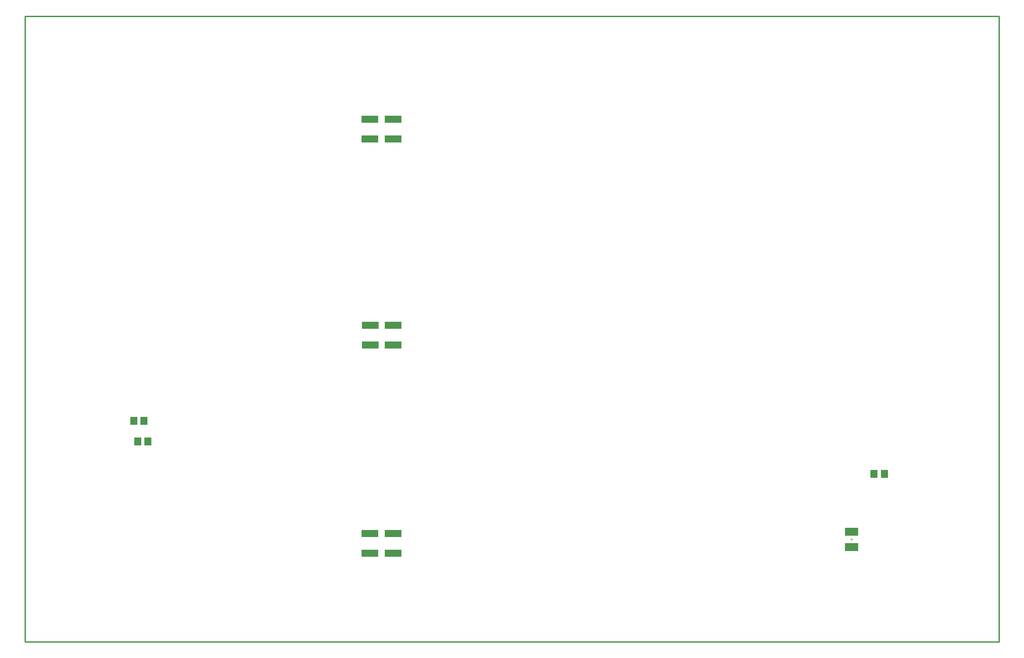
<source format=gtp>
G04 Layer_Color=8421504*
%FSLAX44Y44*%
%MOMM*%
G71*
G01*
G75*
%ADD10R,2.6000X1.5000*%
%ADD11R,1.4000X1.5000*%
%ADD12R,3.3000X1.4000*%
%ADD13C,0.2540*%
%ADD18C,0.1000*%
D10*
X1594900Y182500D02*
D03*
Y212500D02*
D03*
D11*
X1638500Y324100D02*
D03*
X1658500D02*
D03*
X229500Y426200D02*
D03*
X209500D02*
D03*
X237300Y386400D02*
D03*
X217300D02*
D03*
D12*
X709900Y209200D02*
D03*
Y171200D02*
D03*
X665600Y209200D02*
D03*
Y171200D02*
D03*
X665900Y611200D02*
D03*
Y573200D02*
D03*
X710200Y611200D02*
D03*
Y573200D02*
D03*
X665600Y1008700D02*
D03*
Y970700D02*
D03*
X709900Y1008700D02*
D03*
Y970700D02*
D03*
D13*
X0Y1207700D02*
X1879800D01*
Y0D02*
Y1207700D01*
X0Y0D02*
X1879800D01*
X0D02*
Y1207700D01*
D18*
X1592900Y197500D02*
X1596900D01*
X1594900Y195500D02*
Y199500D01*
M02*

</source>
